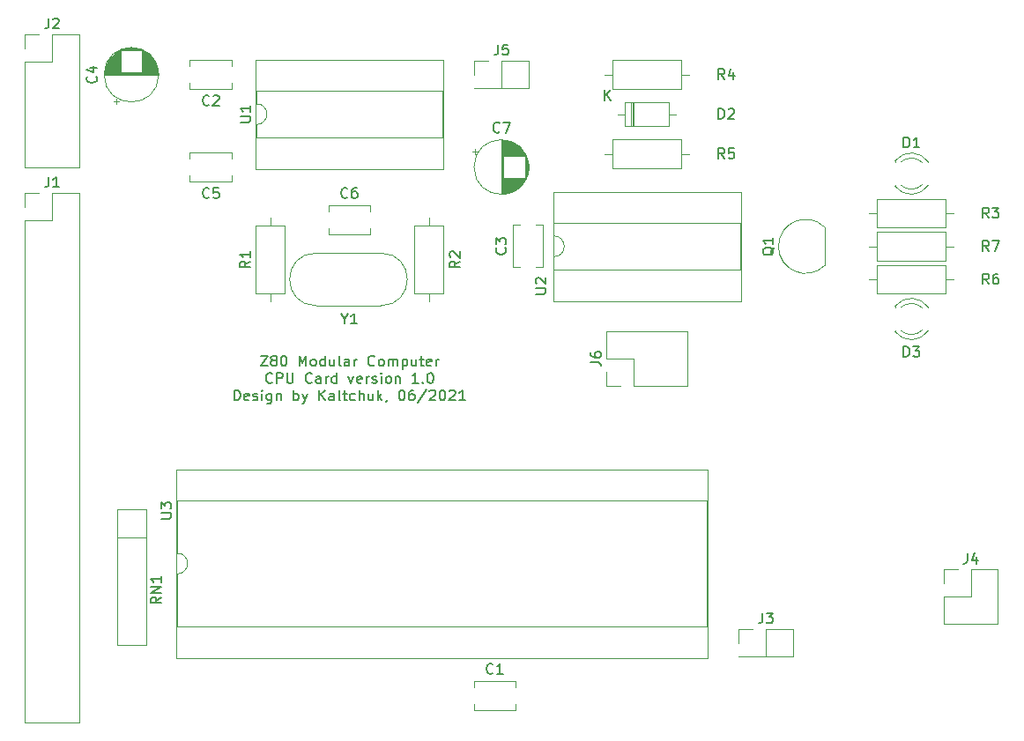
<source format=gbr>
G04 #@! TF.GenerationSoftware,KiCad,Pcbnew,(5.1.4)-1*
G04 #@! TF.CreationDate,2021-06-26T17:24:00+03:00*
G04 #@! TF.ProjectId,CPU,4350552e-6b69-4636-9164-5f7063625858,rev?*
G04 #@! TF.SameCoordinates,Original*
G04 #@! TF.FileFunction,Legend,Top*
G04 #@! TF.FilePolarity,Positive*
%FSLAX46Y46*%
G04 Gerber Fmt 4.6, Leading zero omitted, Abs format (unit mm)*
G04 Created by KiCad (PCBNEW (5.1.4)-1) date 2021-06-26 17:24:00*
%MOMM*%
%LPD*%
G04 APERTURE LIST*
%ADD10C,0.150000*%
%ADD11C,0.120000*%
G04 APERTURE END LIST*
D10*
X123532380Y-95592380D02*
X124199047Y-95592380D01*
X123532380Y-96592380D01*
X124199047Y-96592380D01*
X124722857Y-96020952D02*
X124627619Y-95973333D01*
X124580000Y-95925714D01*
X124532380Y-95830476D01*
X124532380Y-95782857D01*
X124580000Y-95687619D01*
X124627619Y-95640000D01*
X124722857Y-95592380D01*
X124913333Y-95592380D01*
X125008571Y-95640000D01*
X125056190Y-95687619D01*
X125103809Y-95782857D01*
X125103809Y-95830476D01*
X125056190Y-95925714D01*
X125008571Y-95973333D01*
X124913333Y-96020952D01*
X124722857Y-96020952D01*
X124627619Y-96068571D01*
X124580000Y-96116190D01*
X124532380Y-96211428D01*
X124532380Y-96401904D01*
X124580000Y-96497142D01*
X124627619Y-96544761D01*
X124722857Y-96592380D01*
X124913333Y-96592380D01*
X125008571Y-96544761D01*
X125056190Y-96497142D01*
X125103809Y-96401904D01*
X125103809Y-96211428D01*
X125056190Y-96116190D01*
X125008571Y-96068571D01*
X124913333Y-96020952D01*
X125722857Y-95592380D02*
X125818095Y-95592380D01*
X125913333Y-95640000D01*
X125960952Y-95687619D01*
X126008571Y-95782857D01*
X126056190Y-95973333D01*
X126056190Y-96211428D01*
X126008571Y-96401904D01*
X125960952Y-96497142D01*
X125913333Y-96544761D01*
X125818095Y-96592380D01*
X125722857Y-96592380D01*
X125627619Y-96544761D01*
X125580000Y-96497142D01*
X125532380Y-96401904D01*
X125484761Y-96211428D01*
X125484761Y-95973333D01*
X125532380Y-95782857D01*
X125580000Y-95687619D01*
X125627619Y-95640000D01*
X125722857Y-95592380D01*
X127246666Y-96592380D02*
X127246666Y-95592380D01*
X127580000Y-96306666D01*
X127913333Y-95592380D01*
X127913333Y-96592380D01*
X128532380Y-96592380D02*
X128437142Y-96544761D01*
X128389523Y-96497142D01*
X128341904Y-96401904D01*
X128341904Y-96116190D01*
X128389523Y-96020952D01*
X128437142Y-95973333D01*
X128532380Y-95925714D01*
X128675238Y-95925714D01*
X128770476Y-95973333D01*
X128818095Y-96020952D01*
X128865714Y-96116190D01*
X128865714Y-96401904D01*
X128818095Y-96497142D01*
X128770476Y-96544761D01*
X128675238Y-96592380D01*
X128532380Y-96592380D01*
X129722857Y-96592380D02*
X129722857Y-95592380D01*
X129722857Y-96544761D02*
X129627619Y-96592380D01*
X129437142Y-96592380D01*
X129341904Y-96544761D01*
X129294285Y-96497142D01*
X129246666Y-96401904D01*
X129246666Y-96116190D01*
X129294285Y-96020952D01*
X129341904Y-95973333D01*
X129437142Y-95925714D01*
X129627619Y-95925714D01*
X129722857Y-95973333D01*
X130627619Y-95925714D02*
X130627619Y-96592380D01*
X130199047Y-95925714D02*
X130199047Y-96449523D01*
X130246666Y-96544761D01*
X130341904Y-96592380D01*
X130484761Y-96592380D01*
X130580000Y-96544761D01*
X130627619Y-96497142D01*
X131246666Y-96592380D02*
X131151428Y-96544761D01*
X131103809Y-96449523D01*
X131103809Y-95592380D01*
X132056190Y-96592380D02*
X132056190Y-96068571D01*
X132008571Y-95973333D01*
X131913333Y-95925714D01*
X131722857Y-95925714D01*
X131627619Y-95973333D01*
X132056190Y-96544761D02*
X131960952Y-96592380D01*
X131722857Y-96592380D01*
X131627619Y-96544761D01*
X131580000Y-96449523D01*
X131580000Y-96354285D01*
X131627619Y-96259047D01*
X131722857Y-96211428D01*
X131960952Y-96211428D01*
X132056190Y-96163809D01*
X132532380Y-96592380D02*
X132532380Y-95925714D01*
X132532380Y-96116190D02*
X132580000Y-96020952D01*
X132627619Y-95973333D01*
X132722857Y-95925714D01*
X132818095Y-95925714D01*
X134484761Y-96497142D02*
X134437142Y-96544761D01*
X134294285Y-96592380D01*
X134199047Y-96592380D01*
X134056190Y-96544761D01*
X133960952Y-96449523D01*
X133913333Y-96354285D01*
X133865714Y-96163809D01*
X133865714Y-96020952D01*
X133913333Y-95830476D01*
X133960952Y-95735238D01*
X134056190Y-95640000D01*
X134199047Y-95592380D01*
X134294285Y-95592380D01*
X134437142Y-95640000D01*
X134484761Y-95687619D01*
X135056190Y-96592380D02*
X134960952Y-96544761D01*
X134913333Y-96497142D01*
X134865714Y-96401904D01*
X134865714Y-96116190D01*
X134913333Y-96020952D01*
X134960952Y-95973333D01*
X135056190Y-95925714D01*
X135199047Y-95925714D01*
X135294285Y-95973333D01*
X135341904Y-96020952D01*
X135389523Y-96116190D01*
X135389523Y-96401904D01*
X135341904Y-96497142D01*
X135294285Y-96544761D01*
X135199047Y-96592380D01*
X135056190Y-96592380D01*
X135818095Y-96592380D02*
X135818095Y-95925714D01*
X135818095Y-96020952D02*
X135865714Y-95973333D01*
X135960952Y-95925714D01*
X136103809Y-95925714D01*
X136199047Y-95973333D01*
X136246666Y-96068571D01*
X136246666Y-96592380D01*
X136246666Y-96068571D02*
X136294285Y-95973333D01*
X136389523Y-95925714D01*
X136532380Y-95925714D01*
X136627619Y-95973333D01*
X136675238Y-96068571D01*
X136675238Y-96592380D01*
X137151428Y-95925714D02*
X137151428Y-96925714D01*
X137151428Y-95973333D02*
X137246666Y-95925714D01*
X137437142Y-95925714D01*
X137532380Y-95973333D01*
X137580000Y-96020952D01*
X137627619Y-96116190D01*
X137627619Y-96401904D01*
X137580000Y-96497142D01*
X137532380Y-96544761D01*
X137437142Y-96592380D01*
X137246666Y-96592380D01*
X137151428Y-96544761D01*
X138484761Y-95925714D02*
X138484761Y-96592380D01*
X138056190Y-95925714D02*
X138056190Y-96449523D01*
X138103809Y-96544761D01*
X138199047Y-96592380D01*
X138341904Y-96592380D01*
X138437142Y-96544761D01*
X138484761Y-96497142D01*
X138818095Y-95925714D02*
X139199047Y-95925714D01*
X138960952Y-95592380D02*
X138960952Y-96449523D01*
X139008571Y-96544761D01*
X139103809Y-96592380D01*
X139199047Y-96592380D01*
X139913333Y-96544761D02*
X139818095Y-96592380D01*
X139627619Y-96592380D01*
X139532380Y-96544761D01*
X139484761Y-96449523D01*
X139484761Y-96068571D01*
X139532380Y-95973333D01*
X139627619Y-95925714D01*
X139818095Y-95925714D01*
X139913333Y-95973333D01*
X139960952Y-96068571D01*
X139960952Y-96163809D01*
X139484761Y-96259047D01*
X140389523Y-96592380D02*
X140389523Y-95925714D01*
X140389523Y-96116190D02*
X140437142Y-96020952D01*
X140484761Y-95973333D01*
X140580000Y-95925714D01*
X140675238Y-95925714D01*
X124651428Y-98147142D02*
X124603809Y-98194761D01*
X124460952Y-98242380D01*
X124365714Y-98242380D01*
X124222857Y-98194761D01*
X124127619Y-98099523D01*
X124080000Y-98004285D01*
X124032380Y-97813809D01*
X124032380Y-97670952D01*
X124080000Y-97480476D01*
X124127619Y-97385238D01*
X124222857Y-97290000D01*
X124365714Y-97242380D01*
X124460952Y-97242380D01*
X124603809Y-97290000D01*
X124651428Y-97337619D01*
X125080000Y-98242380D02*
X125080000Y-97242380D01*
X125460952Y-97242380D01*
X125556190Y-97290000D01*
X125603809Y-97337619D01*
X125651428Y-97432857D01*
X125651428Y-97575714D01*
X125603809Y-97670952D01*
X125556190Y-97718571D01*
X125460952Y-97766190D01*
X125080000Y-97766190D01*
X126080000Y-97242380D02*
X126080000Y-98051904D01*
X126127619Y-98147142D01*
X126175238Y-98194761D01*
X126270476Y-98242380D01*
X126460952Y-98242380D01*
X126556190Y-98194761D01*
X126603809Y-98147142D01*
X126651428Y-98051904D01*
X126651428Y-97242380D01*
X128460952Y-98147142D02*
X128413333Y-98194761D01*
X128270476Y-98242380D01*
X128175238Y-98242380D01*
X128032380Y-98194761D01*
X127937142Y-98099523D01*
X127889523Y-98004285D01*
X127841904Y-97813809D01*
X127841904Y-97670952D01*
X127889523Y-97480476D01*
X127937142Y-97385238D01*
X128032380Y-97290000D01*
X128175238Y-97242380D01*
X128270476Y-97242380D01*
X128413333Y-97290000D01*
X128460952Y-97337619D01*
X129318095Y-98242380D02*
X129318095Y-97718571D01*
X129270476Y-97623333D01*
X129175238Y-97575714D01*
X128984761Y-97575714D01*
X128889523Y-97623333D01*
X129318095Y-98194761D02*
X129222857Y-98242380D01*
X128984761Y-98242380D01*
X128889523Y-98194761D01*
X128841904Y-98099523D01*
X128841904Y-98004285D01*
X128889523Y-97909047D01*
X128984761Y-97861428D01*
X129222857Y-97861428D01*
X129318095Y-97813809D01*
X129794285Y-98242380D02*
X129794285Y-97575714D01*
X129794285Y-97766190D02*
X129841904Y-97670952D01*
X129889523Y-97623333D01*
X129984761Y-97575714D01*
X130080000Y-97575714D01*
X130841904Y-98242380D02*
X130841904Y-97242380D01*
X130841904Y-98194761D02*
X130746666Y-98242380D01*
X130556190Y-98242380D01*
X130460952Y-98194761D01*
X130413333Y-98147142D01*
X130365714Y-98051904D01*
X130365714Y-97766190D01*
X130413333Y-97670952D01*
X130460952Y-97623333D01*
X130556190Y-97575714D01*
X130746666Y-97575714D01*
X130841904Y-97623333D01*
X131984761Y-97575714D02*
X132222857Y-98242380D01*
X132460952Y-97575714D01*
X133222857Y-98194761D02*
X133127619Y-98242380D01*
X132937142Y-98242380D01*
X132841904Y-98194761D01*
X132794285Y-98099523D01*
X132794285Y-97718571D01*
X132841904Y-97623333D01*
X132937142Y-97575714D01*
X133127619Y-97575714D01*
X133222857Y-97623333D01*
X133270476Y-97718571D01*
X133270476Y-97813809D01*
X132794285Y-97909047D01*
X133699047Y-98242380D02*
X133699047Y-97575714D01*
X133699047Y-97766190D02*
X133746666Y-97670952D01*
X133794285Y-97623333D01*
X133889523Y-97575714D01*
X133984761Y-97575714D01*
X134270476Y-98194761D02*
X134365714Y-98242380D01*
X134556190Y-98242380D01*
X134651428Y-98194761D01*
X134699047Y-98099523D01*
X134699047Y-98051904D01*
X134651428Y-97956666D01*
X134556190Y-97909047D01*
X134413333Y-97909047D01*
X134318095Y-97861428D01*
X134270476Y-97766190D01*
X134270476Y-97718571D01*
X134318095Y-97623333D01*
X134413333Y-97575714D01*
X134556190Y-97575714D01*
X134651428Y-97623333D01*
X135127619Y-98242380D02*
X135127619Y-97575714D01*
X135127619Y-97242380D02*
X135080000Y-97290000D01*
X135127619Y-97337619D01*
X135175238Y-97290000D01*
X135127619Y-97242380D01*
X135127619Y-97337619D01*
X135746666Y-98242380D02*
X135651428Y-98194761D01*
X135603809Y-98147142D01*
X135556190Y-98051904D01*
X135556190Y-97766190D01*
X135603809Y-97670952D01*
X135651428Y-97623333D01*
X135746666Y-97575714D01*
X135889523Y-97575714D01*
X135984761Y-97623333D01*
X136032380Y-97670952D01*
X136080000Y-97766190D01*
X136080000Y-98051904D01*
X136032380Y-98147142D01*
X135984761Y-98194761D01*
X135889523Y-98242380D01*
X135746666Y-98242380D01*
X136508571Y-97575714D02*
X136508571Y-98242380D01*
X136508571Y-97670952D02*
X136556190Y-97623333D01*
X136651428Y-97575714D01*
X136794285Y-97575714D01*
X136889523Y-97623333D01*
X136937142Y-97718571D01*
X136937142Y-98242380D01*
X138699047Y-98242380D02*
X138127619Y-98242380D01*
X138413333Y-98242380D02*
X138413333Y-97242380D01*
X138318095Y-97385238D01*
X138222857Y-97480476D01*
X138127619Y-97528095D01*
X139127619Y-98147142D02*
X139175238Y-98194761D01*
X139127619Y-98242380D01*
X139080000Y-98194761D01*
X139127619Y-98147142D01*
X139127619Y-98242380D01*
X139794285Y-97242380D02*
X139889523Y-97242380D01*
X139984761Y-97290000D01*
X140032380Y-97337619D01*
X140080000Y-97432857D01*
X140127619Y-97623333D01*
X140127619Y-97861428D01*
X140080000Y-98051904D01*
X140032380Y-98147142D01*
X139984761Y-98194761D01*
X139889523Y-98242380D01*
X139794285Y-98242380D01*
X139699047Y-98194761D01*
X139651428Y-98147142D01*
X139603809Y-98051904D01*
X139556190Y-97861428D01*
X139556190Y-97623333D01*
X139603809Y-97432857D01*
X139651428Y-97337619D01*
X139699047Y-97290000D01*
X139794285Y-97242380D01*
X121008571Y-99892380D02*
X121008571Y-98892380D01*
X121246666Y-98892380D01*
X121389523Y-98940000D01*
X121484761Y-99035238D01*
X121532380Y-99130476D01*
X121580000Y-99320952D01*
X121580000Y-99463809D01*
X121532380Y-99654285D01*
X121484761Y-99749523D01*
X121389523Y-99844761D01*
X121246666Y-99892380D01*
X121008571Y-99892380D01*
X122389523Y-99844761D02*
X122294285Y-99892380D01*
X122103809Y-99892380D01*
X122008571Y-99844761D01*
X121960952Y-99749523D01*
X121960952Y-99368571D01*
X122008571Y-99273333D01*
X122103809Y-99225714D01*
X122294285Y-99225714D01*
X122389523Y-99273333D01*
X122437142Y-99368571D01*
X122437142Y-99463809D01*
X121960952Y-99559047D01*
X122818095Y-99844761D02*
X122913333Y-99892380D01*
X123103809Y-99892380D01*
X123199047Y-99844761D01*
X123246666Y-99749523D01*
X123246666Y-99701904D01*
X123199047Y-99606666D01*
X123103809Y-99559047D01*
X122960952Y-99559047D01*
X122865714Y-99511428D01*
X122818095Y-99416190D01*
X122818095Y-99368571D01*
X122865714Y-99273333D01*
X122960952Y-99225714D01*
X123103809Y-99225714D01*
X123199047Y-99273333D01*
X123675238Y-99892380D02*
X123675238Y-99225714D01*
X123675238Y-98892380D02*
X123627619Y-98940000D01*
X123675238Y-98987619D01*
X123722857Y-98940000D01*
X123675238Y-98892380D01*
X123675238Y-98987619D01*
X124580000Y-99225714D02*
X124580000Y-100035238D01*
X124532380Y-100130476D01*
X124484761Y-100178095D01*
X124389523Y-100225714D01*
X124246666Y-100225714D01*
X124151428Y-100178095D01*
X124580000Y-99844761D02*
X124484761Y-99892380D01*
X124294285Y-99892380D01*
X124199047Y-99844761D01*
X124151428Y-99797142D01*
X124103809Y-99701904D01*
X124103809Y-99416190D01*
X124151428Y-99320952D01*
X124199047Y-99273333D01*
X124294285Y-99225714D01*
X124484761Y-99225714D01*
X124580000Y-99273333D01*
X125056190Y-99225714D02*
X125056190Y-99892380D01*
X125056190Y-99320952D02*
X125103809Y-99273333D01*
X125199047Y-99225714D01*
X125341904Y-99225714D01*
X125437142Y-99273333D01*
X125484761Y-99368571D01*
X125484761Y-99892380D01*
X126722857Y-99892380D02*
X126722857Y-98892380D01*
X126722857Y-99273333D02*
X126818095Y-99225714D01*
X127008571Y-99225714D01*
X127103809Y-99273333D01*
X127151428Y-99320952D01*
X127199047Y-99416190D01*
X127199047Y-99701904D01*
X127151428Y-99797142D01*
X127103809Y-99844761D01*
X127008571Y-99892380D01*
X126818095Y-99892380D01*
X126722857Y-99844761D01*
X127532380Y-99225714D02*
X127770476Y-99892380D01*
X128008571Y-99225714D02*
X127770476Y-99892380D01*
X127675238Y-100130476D01*
X127627619Y-100178095D01*
X127532380Y-100225714D01*
X129151428Y-99892380D02*
X129151428Y-98892380D01*
X129722857Y-99892380D02*
X129294285Y-99320952D01*
X129722857Y-98892380D02*
X129151428Y-99463809D01*
X130580000Y-99892380D02*
X130580000Y-99368571D01*
X130532380Y-99273333D01*
X130437142Y-99225714D01*
X130246666Y-99225714D01*
X130151428Y-99273333D01*
X130580000Y-99844761D02*
X130484761Y-99892380D01*
X130246666Y-99892380D01*
X130151428Y-99844761D01*
X130103809Y-99749523D01*
X130103809Y-99654285D01*
X130151428Y-99559047D01*
X130246666Y-99511428D01*
X130484761Y-99511428D01*
X130580000Y-99463809D01*
X131199047Y-99892380D02*
X131103809Y-99844761D01*
X131056190Y-99749523D01*
X131056190Y-98892380D01*
X131437142Y-99225714D02*
X131818095Y-99225714D01*
X131580000Y-98892380D02*
X131580000Y-99749523D01*
X131627619Y-99844761D01*
X131722857Y-99892380D01*
X131818095Y-99892380D01*
X132580000Y-99844761D02*
X132484761Y-99892380D01*
X132294285Y-99892380D01*
X132199047Y-99844761D01*
X132151428Y-99797142D01*
X132103809Y-99701904D01*
X132103809Y-99416190D01*
X132151428Y-99320952D01*
X132199047Y-99273333D01*
X132294285Y-99225714D01*
X132484761Y-99225714D01*
X132580000Y-99273333D01*
X133008571Y-99892380D02*
X133008571Y-98892380D01*
X133437142Y-99892380D02*
X133437142Y-99368571D01*
X133389523Y-99273333D01*
X133294285Y-99225714D01*
X133151428Y-99225714D01*
X133056190Y-99273333D01*
X133008571Y-99320952D01*
X134341904Y-99225714D02*
X134341904Y-99892380D01*
X133913333Y-99225714D02*
X133913333Y-99749523D01*
X133960952Y-99844761D01*
X134056190Y-99892380D01*
X134199047Y-99892380D01*
X134294285Y-99844761D01*
X134341904Y-99797142D01*
X134818095Y-99892380D02*
X134818095Y-98892380D01*
X134913333Y-99511428D02*
X135199047Y-99892380D01*
X135199047Y-99225714D02*
X134818095Y-99606666D01*
X135675238Y-99844761D02*
X135675238Y-99892380D01*
X135627619Y-99987619D01*
X135580000Y-100035238D01*
X137056190Y-98892380D02*
X137151428Y-98892380D01*
X137246666Y-98940000D01*
X137294285Y-98987619D01*
X137341904Y-99082857D01*
X137389523Y-99273333D01*
X137389523Y-99511428D01*
X137341904Y-99701904D01*
X137294285Y-99797142D01*
X137246666Y-99844761D01*
X137151428Y-99892380D01*
X137056190Y-99892380D01*
X136960952Y-99844761D01*
X136913333Y-99797142D01*
X136865714Y-99701904D01*
X136818095Y-99511428D01*
X136818095Y-99273333D01*
X136865714Y-99082857D01*
X136913333Y-98987619D01*
X136960952Y-98940000D01*
X137056190Y-98892380D01*
X138246666Y-98892380D02*
X138056190Y-98892380D01*
X137960952Y-98940000D01*
X137913333Y-98987619D01*
X137818095Y-99130476D01*
X137770476Y-99320952D01*
X137770476Y-99701904D01*
X137818095Y-99797142D01*
X137865714Y-99844761D01*
X137960952Y-99892380D01*
X138151428Y-99892380D01*
X138246666Y-99844761D01*
X138294285Y-99797142D01*
X138341904Y-99701904D01*
X138341904Y-99463809D01*
X138294285Y-99368571D01*
X138246666Y-99320952D01*
X138151428Y-99273333D01*
X137960952Y-99273333D01*
X137865714Y-99320952D01*
X137818095Y-99368571D01*
X137770476Y-99463809D01*
X139484761Y-98844761D02*
X138627619Y-100130476D01*
X139770476Y-98987619D02*
X139818095Y-98940000D01*
X139913333Y-98892380D01*
X140151428Y-98892380D01*
X140246666Y-98940000D01*
X140294285Y-98987619D01*
X140341904Y-99082857D01*
X140341904Y-99178095D01*
X140294285Y-99320952D01*
X139722857Y-99892380D01*
X140341904Y-99892380D01*
X140960952Y-98892380D02*
X141056190Y-98892380D01*
X141151428Y-98940000D01*
X141199047Y-98987619D01*
X141246666Y-99082857D01*
X141294285Y-99273333D01*
X141294285Y-99511428D01*
X141246666Y-99701904D01*
X141199047Y-99797142D01*
X141151428Y-99844761D01*
X141056190Y-99892380D01*
X140960952Y-99892380D01*
X140865714Y-99844761D01*
X140818095Y-99797142D01*
X140770476Y-99701904D01*
X140722857Y-99511428D01*
X140722857Y-99273333D01*
X140770476Y-99082857D01*
X140818095Y-98987619D01*
X140865714Y-98940000D01*
X140960952Y-98892380D01*
X141675238Y-98987619D02*
X141722857Y-98940000D01*
X141818095Y-98892380D01*
X142056190Y-98892380D01*
X142151428Y-98940000D01*
X142199047Y-98987619D01*
X142246666Y-99082857D01*
X142246666Y-99178095D01*
X142199047Y-99320952D01*
X141627619Y-99892380D01*
X142246666Y-99892380D01*
X143199047Y-99892380D02*
X142627619Y-99892380D01*
X142913333Y-99892380D02*
X142913333Y-98892380D01*
X142818095Y-99035238D01*
X142722857Y-99130476D01*
X142627619Y-99178095D01*
D11*
X189170000Y-116145000D02*
X190500000Y-116145000D01*
X189170000Y-117475000D02*
X189170000Y-116145000D01*
X191770000Y-116145000D02*
X194370000Y-116145000D01*
X191770000Y-118745000D02*
X191770000Y-116145000D01*
X189170000Y-118745000D02*
X191770000Y-118745000D01*
X194370000Y-116145000D02*
X194370000Y-121345000D01*
X189170000Y-118745000D02*
X189170000Y-121345000D01*
X189170000Y-121345000D02*
X194370000Y-121345000D01*
X144010000Y-126850000D02*
X148050000Y-126850000D01*
X144010000Y-129690000D02*
X148050000Y-129690000D01*
X144010000Y-126850000D02*
X144010000Y-127475000D01*
X144010000Y-129065000D02*
X144010000Y-129690000D01*
X148050000Y-126850000D02*
X148050000Y-127475000D01*
X148050000Y-129065000D02*
X148050000Y-129690000D01*
X115450000Y-106510000D02*
X115450000Y-124630000D01*
X166490000Y-106510000D02*
X115450000Y-106510000D01*
X166490000Y-124630000D02*
X166490000Y-106510000D01*
X115450000Y-124630000D02*
X166490000Y-124630000D01*
X115510000Y-109510000D02*
X115510000Y-114570000D01*
X166430000Y-109510000D02*
X115510000Y-109510000D01*
X166430000Y-121630000D02*
X166430000Y-109510000D01*
X115510000Y-121630000D02*
X166430000Y-121630000D01*
X115510000Y-116570000D02*
X115510000Y-121630000D01*
X115510000Y-114570000D02*
G75*
G02X115510000Y-116570000I0J-1000000D01*
G01*
X116745000Y-67785000D02*
X116745000Y-67160000D01*
X116745000Y-70000000D02*
X116745000Y-69375000D01*
X120785000Y-67785000D02*
X120785000Y-67160000D01*
X120785000Y-70000000D02*
X120785000Y-69375000D01*
X120785000Y-67160000D02*
X116745000Y-67160000D01*
X120785000Y-70000000D02*
X116745000Y-70000000D01*
X150645000Y-83050000D02*
X150645000Y-87090000D01*
X147805000Y-83050000D02*
X147805000Y-87090000D01*
X150645000Y-83050000D02*
X150020000Y-83050000D01*
X148430000Y-83050000D02*
X147805000Y-83050000D01*
X150645000Y-87090000D02*
X150020000Y-87090000D01*
X148430000Y-87090000D02*
X147805000Y-87090000D01*
X109400000Y-71154775D02*
X109900000Y-71154775D01*
X109650000Y-71404775D02*
X109650000Y-70904775D01*
X110841000Y-65999000D02*
X111409000Y-65999000D01*
X110607000Y-66039000D02*
X111643000Y-66039000D01*
X110448000Y-66079000D02*
X111802000Y-66079000D01*
X110320000Y-66119000D02*
X111930000Y-66119000D01*
X110210000Y-66159000D02*
X112040000Y-66159000D01*
X110114000Y-66199000D02*
X112136000Y-66199000D01*
X110027000Y-66239000D02*
X112223000Y-66239000D01*
X109947000Y-66279000D02*
X112303000Y-66279000D01*
X112165000Y-66319000D02*
X112376000Y-66319000D01*
X109874000Y-66319000D02*
X110085000Y-66319000D01*
X112165000Y-66359000D02*
X112444000Y-66359000D01*
X109806000Y-66359000D02*
X110085000Y-66359000D01*
X112165000Y-66399000D02*
X112508000Y-66399000D01*
X109742000Y-66399000D02*
X110085000Y-66399000D01*
X112165000Y-66439000D02*
X112568000Y-66439000D01*
X109682000Y-66439000D02*
X110085000Y-66439000D01*
X112165000Y-66479000D02*
X112625000Y-66479000D01*
X109625000Y-66479000D02*
X110085000Y-66479000D01*
X112165000Y-66519000D02*
X112679000Y-66519000D01*
X109571000Y-66519000D02*
X110085000Y-66519000D01*
X112165000Y-66559000D02*
X112730000Y-66559000D01*
X109520000Y-66559000D02*
X110085000Y-66559000D01*
X112165000Y-66599000D02*
X112778000Y-66599000D01*
X109472000Y-66599000D02*
X110085000Y-66599000D01*
X112165000Y-66639000D02*
X112824000Y-66639000D01*
X109426000Y-66639000D02*
X110085000Y-66639000D01*
X112165000Y-66679000D02*
X112868000Y-66679000D01*
X109382000Y-66679000D02*
X110085000Y-66679000D01*
X112165000Y-66719000D02*
X112910000Y-66719000D01*
X109340000Y-66719000D02*
X110085000Y-66719000D01*
X112165000Y-66759000D02*
X112951000Y-66759000D01*
X109299000Y-66759000D02*
X110085000Y-66759000D01*
X112165000Y-66799000D02*
X112989000Y-66799000D01*
X109261000Y-66799000D02*
X110085000Y-66799000D01*
X112165000Y-66839000D02*
X113026000Y-66839000D01*
X109224000Y-66839000D02*
X110085000Y-66839000D01*
X112165000Y-66879000D02*
X113062000Y-66879000D01*
X109188000Y-66879000D02*
X110085000Y-66879000D01*
X112165000Y-66919000D02*
X113096000Y-66919000D01*
X109154000Y-66919000D02*
X110085000Y-66919000D01*
X112165000Y-66959000D02*
X113129000Y-66959000D01*
X109121000Y-66959000D02*
X110085000Y-66959000D01*
X112165000Y-66999000D02*
X113160000Y-66999000D01*
X109090000Y-66999000D02*
X110085000Y-66999000D01*
X112165000Y-67039000D02*
X113190000Y-67039000D01*
X109060000Y-67039000D02*
X110085000Y-67039000D01*
X112165000Y-67079000D02*
X113220000Y-67079000D01*
X109030000Y-67079000D02*
X110085000Y-67079000D01*
X112165000Y-67119000D02*
X113247000Y-67119000D01*
X109003000Y-67119000D02*
X110085000Y-67119000D01*
X112165000Y-67159000D02*
X113274000Y-67159000D01*
X108976000Y-67159000D02*
X110085000Y-67159000D01*
X112165000Y-67199000D02*
X113300000Y-67199000D01*
X108950000Y-67199000D02*
X110085000Y-67199000D01*
X112165000Y-67239000D02*
X113325000Y-67239000D01*
X108925000Y-67239000D02*
X110085000Y-67239000D01*
X112165000Y-67279000D02*
X113349000Y-67279000D01*
X108901000Y-67279000D02*
X110085000Y-67279000D01*
X112165000Y-67319000D02*
X113372000Y-67319000D01*
X108878000Y-67319000D02*
X110085000Y-67319000D01*
X112165000Y-67359000D02*
X113393000Y-67359000D01*
X108857000Y-67359000D02*
X110085000Y-67359000D01*
X112165000Y-67399000D02*
X113415000Y-67399000D01*
X108835000Y-67399000D02*
X110085000Y-67399000D01*
X112165000Y-67439000D02*
X113435000Y-67439000D01*
X108815000Y-67439000D02*
X110085000Y-67439000D01*
X112165000Y-67479000D02*
X113454000Y-67479000D01*
X108796000Y-67479000D02*
X110085000Y-67479000D01*
X112165000Y-67519000D02*
X113473000Y-67519000D01*
X108777000Y-67519000D02*
X110085000Y-67519000D01*
X112165000Y-67559000D02*
X113490000Y-67559000D01*
X108760000Y-67559000D02*
X110085000Y-67559000D01*
X112165000Y-67599000D02*
X113507000Y-67599000D01*
X108743000Y-67599000D02*
X110085000Y-67599000D01*
X112165000Y-67639000D02*
X113523000Y-67639000D01*
X108727000Y-67639000D02*
X110085000Y-67639000D01*
X112165000Y-67679000D02*
X113539000Y-67679000D01*
X108711000Y-67679000D02*
X110085000Y-67679000D01*
X112165000Y-67719000D02*
X113553000Y-67719000D01*
X108697000Y-67719000D02*
X110085000Y-67719000D01*
X112165000Y-67759000D02*
X113567000Y-67759000D01*
X108683000Y-67759000D02*
X110085000Y-67759000D01*
X112165000Y-67799000D02*
X113580000Y-67799000D01*
X108670000Y-67799000D02*
X110085000Y-67799000D01*
X112165000Y-67839000D02*
X113593000Y-67839000D01*
X108657000Y-67839000D02*
X110085000Y-67839000D01*
X112165000Y-67879000D02*
X113605000Y-67879000D01*
X108645000Y-67879000D02*
X110085000Y-67879000D01*
X112165000Y-67920000D02*
X113616000Y-67920000D01*
X108634000Y-67920000D02*
X110085000Y-67920000D01*
X112165000Y-67960000D02*
X113626000Y-67960000D01*
X108624000Y-67960000D02*
X110085000Y-67960000D01*
X112165000Y-68000000D02*
X113636000Y-68000000D01*
X108614000Y-68000000D02*
X110085000Y-68000000D01*
X112165000Y-68040000D02*
X113645000Y-68040000D01*
X108605000Y-68040000D02*
X110085000Y-68040000D01*
X112165000Y-68080000D02*
X113653000Y-68080000D01*
X108597000Y-68080000D02*
X110085000Y-68080000D01*
X112165000Y-68120000D02*
X113661000Y-68120000D01*
X108589000Y-68120000D02*
X110085000Y-68120000D01*
X112165000Y-68160000D02*
X113668000Y-68160000D01*
X108582000Y-68160000D02*
X110085000Y-68160000D01*
X112165000Y-68200000D02*
X113675000Y-68200000D01*
X108575000Y-68200000D02*
X110085000Y-68200000D01*
X112165000Y-68240000D02*
X113681000Y-68240000D01*
X108569000Y-68240000D02*
X110085000Y-68240000D01*
X112165000Y-68280000D02*
X113686000Y-68280000D01*
X108564000Y-68280000D02*
X110085000Y-68280000D01*
X112165000Y-68320000D02*
X113690000Y-68320000D01*
X108560000Y-68320000D02*
X110085000Y-68320000D01*
X112165000Y-68360000D02*
X113694000Y-68360000D01*
X108556000Y-68360000D02*
X110085000Y-68360000D01*
X108552000Y-68400000D02*
X113698000Y-68400000D01*
X108549000Y-68440000D02*
X113701000Y-68440000D01*
X108547000Y-68480000D02*
X113703000Y-68480000D01*
X108546000Y-68520000D02*
X113704000Y-68520000D01*
X108545000Y-68560000D02*
X113705000Y-68560000D01*
X108545000Y-68600000D02*
X113705000Y-68600000D01*
X113745000Y-68600000D02*
G75*
G03X113745000Y-68600000I-2620000J0D01*
G01*
X120785000Y-78890000D02*
X116745000Y-78890000D01*
X120785000Y-76050000D02*
X116745000Y-76050000D01*
X120785000Y-78890000D02*
X120785000Y-78265000D01*
X120785000Y-76675000D02*
X120785000Y-76050000D01*
X116745000Y-78890000D02*
X116745000Y-78265000D01*
X116745000Y-76675000D02*
X116745000Y-76050000D01*
X134080000Y-83345000D02*
X134080000Y-83970000D01*
X134080000Y-81130000D02*
X134080000Y-81755000D01*
X130040000Y-83345000D02*
X130040000Y-83970000D01*
X130040000Y-81130000D02*
X130040000Y-81755000D01*
X130040000Y-83970000D02*
X134080000Y-83970000D01*
X130040000Y-81130000D02*
X134080000Y-81130000D01*
X149285000Y-77470000D02*
G75*
G03X149285000Y-77470000I-2620000J0D01*
G01*
X146665000Y-74890000D02*
X146665000Y-80050000D01*
X146705000Y-74890000D02*
X146705000Y-80050000D01*
X146745000Y-74891000D02*
X146745000Y-80049000D01*
X146785000Y-74892000D02*
X146785000Y-80048000D01*
X146825000Y-74894000D02*
X146825000Y-80046000D01*
X146865000Y-74897000D02*
X146865000Y-80043000D01*
X146905000Y-74901000D02*
X146905000Y-76430000D01*
X146905000Y-78510000D02*
X146905000Y-80039000D01*
X146945000Y-74905000D02*
X146945000Y-76430000D01*
X146945000Y-78510000D02*
X146945000Y-80035000D01*
X146985000Y-74909000D02*
X146985000Y-76430000D01*
X146985000Y-78510000D02*
X146985000Y-80031000D01*
X147025000Y-74914000D02*
X147025000Y-76430000D01*
X147025000Y-78510000D02*
X147025000Y-80026000D01*
X147065000Y-74920000D02*
X147065000Y-76430000D01*
X147065000Y-78510000D02*
X147065000Y-80020000D01*
X147105000Y-74927000D02*
X147105000Y-76430000D01*
X147105000Y-78510000D02*
X147105000Y-80013000D01*
X147145000Y-74934000D02*
X147145000Y-76430000D01*
X147145000Y-78510000D02*
X147145000Y-80006000D01*
X147185000Y-74942000D02*
X147185000Y-76430000D01*
X147185000Y-78510000D02*
X147185000Y-79998000D01*
X147225000Y-74950000D02*
X147225000Y-76430000D01*
X147225000Y-78510000D02*
X147225000Y-79990000D01*
X147265000Y-74959000D02*
X147265000Y-76430000D01*
X147265000Y-78510000D02*
X147265000Y-79981000D01*
X147305000Y-74969000D02*
X147305000Y-76430000D01*
X147305000Y-78510000D02*
X147305000Y-79971000D01*
X147345000Y-74979000D02*
X147345000Y-76430000D01*
X147345000Y-78510000D02*
X147345000Y-79961000D01*
X147386000Y-74990000D02*
X147386000Y-76430000D01*
X147386000Y-78510000D02*
X147386000Y-79950000D01*
X147426000Y-75002000D02*
X147426000Y-76430000D01*
X147426000Y-78510000D02*
X147426000Y-79938000D01*
X147466000Y-75015000D02*
X147466000Y-76430000D01*
X147466000Y-78510000D02*
X147466000Y-79925000D01*
X147506000Y-75028000D02*
X147506000Y-76430000D01*
X147506000Y-78510000D02*
X147506000Y-79912000D01*
X147546000Y-75042000D02*
X147546000Y-76430000D01*
X147546000Y-78510000D02*
X147546000Y-79898000D01*
X147586000Y-75056000D02*
X147586000Y-76430000D01*
X147586000Y-78510000D02*
X147586000Y-79884000D01*
X147626000Y-75072000D02*
X147626000Y-76430000D01*
X147626000Y-78510000D02*
X147626000Y-79868000D01*
X147666000Y-75088000D02*
X147666000Y-76430000D01*
X147666000Y-78510000D02*
X147666000Y-79852000D01*
X147706000Y-75105000D02*
X147706000Y-76430000D01*
X147706000Y-78510000D02*
X147706000Y-79835000D01*
X147746000Y-75122000D02*
X147746000Y-76430000D01*
X147746000Y-78510000D02*
X147746000Y-79818000D01*
X147786000Y-75141000D02*
X147786000Y-76430000D01*
X147786000Y-78510000D02*
X147786000Y-79799000D01*
X147826000Y-75160000D02*
X147826000Y-76430000D01*
X147826000Y-78510000D02*
X147826000Y-79780000D01*
X147866000Y-75180000D02*
X147866000Y-76430000D01*
X147866000Y-78510000D02*
X147866000Y-79760000D01*
X147906000Y-75202000D02*
X147906000Y-76430000D01*
X147906000Y-78510000D02*
X147906000Y-79738000D01*
X147946000Y-75223000D02*
X147946000Y-76430000D01*
X147946000Y-78510000D02*
X147946000Y-79717000D01*
X147986000Y-75246000D02*
X147986000Y-76430000D01*
X147986000Y-78510000D02*
X147986000Y-79694000D01*
X148026000Y-75270000D02*
X148026000Y-76430000D01*
X148026000Y-78510000D02*
X148026000Y-79670000D01*
X148066000Y-75295000D02*
X148066000Y-76430000D01*
X148066000Y-78510000D02*
X148066000Y-79645000D01*
X148106000Y-75321000D02*
X148106000Y-76430000D01*
X148106000Y-78510000D02*
X148106000Y-79619000D01*
X148146000Y-75348000D02*
X148146000Y-76430000D01*
X148146000Y-78510000D02*
X148146000Y-79592000D01*
X148186000Y-75375000D02*
X148186000Y-76430000D01*
X148186000Y-78510000D02*
X148186000Y-79565000D01*
X148226000Y-75405000D02*
X148226000Y-76430000D01*
X148226000Y-78510000D02*
X148226000Y-79535000D01*
X148266000Y-75435000D02*
X148266000Y-76430000D01*
X148266000Y-78510000D02*
X148266000Y-79505000D01*
X148306000Y-75466000D02*
X148306000Y-76430000D01*
X148306000Y-78510000D02*
X148306000Y-79474000D01*
X148346000Y-75499000D02*
X148346000Y-76430000D01*
X148346000Y-78510000D02*
X148346000Y-79441000D01*
X148386000Y-75533000D02*
X148386000Y-76430000D01*
X148386000Y-78510000D02*
X148386000Y-79407000D01*
X148426000Y-75569000D02*
X148426000Y-76430000D01*
X148426000Y-78510000D02*
X148426000Y-79371000D01*
X148466000Y-75606000D02*
X148466000Y-76430000D01*
X148466000Y-78510000D02*
X148466000Y-79334000D01*
X148506000Y-75644000D02*
X148506000Y-76430000D01*
X148506000Y-78510000D02*
X148506000Y-79296000D01*
X148546000Y-75685000D02*
X148546000Y-76430000D01*
X148546000Y-78510000D02*
X148546000Y-79255000D01*
X148586000Y-75727000D02*
X148586000Y-76430000D01*
X148586000Y-78510000D02*
X148586000Y-79213000D01*
X148626000Y-75771000D02*
X148626000Y-76430000D01*
X148626000Y-78510000D02*
X148626000Y-79169000D01*
X148666000Y-75817000D02*
X148666000Y-76430000D01*
X148666000Y-78510000D02*
X148666000Y-79123000D01*
X148706000Y-75865000D02*
X148706000Y-76430000D01*
X148706000Y-78510000D02*
X148706000Y-79075000D01*
X148746000Y-75916000D02*
X148746000Y-76430000D01*
X148746000Y-78510000D02*
X148746000Y-79024000D01*
X148786000Y-75970000D02*
X148786000Y-76430000D01*
X148786000Y-78510000D02*
X148786000Y-78970000D01*
X148826000Y-76027000D02*
X148826000Y-76430000D01*
X148826000Y-78510000D02*
X148826000Y-78913000D01*
X148866000Y-76087000D02*
X148866000Y-76430000D01*
X148866000Y-78510000D02*
X148866000Y-78853000D01*
X148906000Y-76151000D02*
X148906000Y-76430000D01*
X148906000Y-78510000D02*
X148906000Y-78789000D01*
X148946000Y-76219000D02*
X148946000Y-76430000D01*
X148946000Y-78510000D02*
X148946000Y-78721000D01*
X148986000Y-76292000D02*
X148986000Y-78648000D01*
X149026000Y-76372000D02*
X149026000Y-78568000D01*
X149066000Y-76459000D02*
X149066000Y-78481000D01*
X149106000Y-76555000D02*
X149106000Y-78385000D01*
X149146000Y-76665000D02*
X149146000Y-78275000D01*
X149186000Y-76793000D02*
X149186000Y-78147000D01*
X149226000Y-76952000D02*
X149226000Y-77988000D01*
X149266000Y-77186000D02*
X149266000Y-77754000D01*
X143860225Y-75995000D02*
X144360225Y-75995000D01*
X144110225Y-75745000D02*
X144110225Y-76245000D01*
X187727335Y-77026392D02*
G75*
G03X184495000Y-76869484I-1672335J-1078608D01*
G01*
X187727335Y-79183608D02*
G75*
G02X184495000Y-79340516I-1672335J1078608D01*
G01*
X187096130Y-77025163D02*
G75*
G03X185014039Y-77025000I-1041130J-1079837D01*
G01*
X187096130Y-79184837D02*
G75*
G02X185014039Y-79185000I-1041130J1079837D01*
G01*
X184495000Y-76869000D02*
X184495000Y-77025000D01*
X184495000Y-79185000D02*
X184495000Y-79341000D01*
X158535000Y-71270000D02*
X158535000Y-73510000D01*
X158535000Y-73510000D02*
X162775000Y-73510000D01*
X162775000Y-73510000D02*
X162775000Y-71270000D01*
X162775000Y-71270000D02*
X158535000Y-71270000D01*
X157885000Y-72390000D02*
X158535000Y-72390000D01*
X163425000Y-72390000D02*
X162775000Y-72390000D01*
X159255000Y-71270000D02*
X159255000Y-73510000D01*
X159375000Y-71270000D02*
X159375000Y-73510000D01*
X159135000Y-71270000D02*
X159135000Y-73510000D01*
X184495000Y-93155000D02*
X184495000Y-93311000D01*
X184495000Y-90839000D02*
X184495000Y-90995000D01*
X187096130Y-93154837D02*
G75*
G02X185014039Y-93155000I-1041130J1079837D01*
G01*
X187096130Y-90995163D02*
G75*
G03X185014039Y-90995000I-1041130J-1079837D01*
G01*
X187727335Y-93153608D02*
G75*
G02X184495000Y-93310516I-1672335J1078608D01*
G01*
X187727335Y-90996392D02*
G75*
G03X184495000Y-90839484I-1672335J-1078608D01*
G01*
X100905000Y-130870000D02*
X106105000Y-130870000D01*
X100905000Y-82550000D02*
X100905000Y-130870000D01*
X106105000Y-79950000D02*
X106105000Y-130870000D01*
X100905000Y-82550000D02*
X103505000Y-82550000D01*
X103505000Y-82550000D02*
X103505000Y-79950000D01*
X103505000Y-79950000D02*
X106105000Y-79950000D01*
X100905000Y-81280000D02*
X100905000Y-79950000D01*
X100905000Y-79950000D02*
X102235000Y-79950000D01*
X100905000Y-77530000D02*
X106105000Y-77530000D01*
X100905000Y-67310000D02*
X100905000Y-77530000D01*
X106105000Y-64710000D02*
X106105000Y-77530000D01*
X100905000Y-67310000D02*
X103505000Y-67310000D01*
X103505000Y-67310000D02*
X103505000Y-64710000D01*
X103505000Y-64710000D02*
X106105000Y-64710000D01*
X100905000Y-66040000D02*
X100905000Y-64710000D01*
X100905000Y-64710000D02*
X102235000Y-64710000D01*
X169485000Y-121860000D02*
X170815000Y-121860000D01*
X169485000Y-123190000D02*
X169485000Y-121860000D01*
X172085000Y-121860000D02*
X174685000Y-121860000D01*
X172085000Y-124460000D02*
X172085000Y-121860000D01*
X169485000Y-124460000D02*
X172085000Y-124460000D01*
X174685000Y-121860000D02*
X174685000Y-124520000D01*
X169485000Y-124460000D02*
X169485000Y-124520000D01*
X169485000Y-124520000D02*
X174685000Y-124520000D01*
X144085000Y-69910000D02*
X149285000Y-69910000D01*
X144085000Y-69850000D02*
X144085000Y-69910000D01*
X149285000Y-67250000D02*
X149285000Y-69910000D01*
X144085000Y-69850000D02*
X146685000Y-69850000D01*
X146685000Y-69850000D02*
X146685000Y-67250000D01*
X146685000Y-67250000D02*
X149285000Y-67250000D01*
X144085000Y-68580000D02*
X144085000Y-67250000D01*
X144085000Y-67250000D02*
X145415000Y-67250000D01*
X164525000Y-98485000D02*
X164525000Y-93285000D01*
X159385000Y-98485000D02*
X164525000Y-98485000D01*
X156785000Y-93285000D02*
X164525000Y-93285000D01*
X159385000Y-98485000D02*
X159385000Y-95885000D01*
X159385000Y-95885000D02*
X156785000Y-95885000D01*
X156785000Y-95885000D02*
X156785000Y-93285000D01*
X158115000Y-98485000D02*
X156785000Y-98485000D01*
X156785000Y-98485000D02*
X156785000Y-97155000D01*
X177745000Y-86890000D02*
X177745000Y-83290000D01*
X177733478Y-86928478D02*
G75*
G02X173295000Y-85090000I-1838478J1838478D01*
G01*
X177733478Y-83251522D02*
G75*
G03X173295000Y-85090000I-1838478J-1838478D01*
G01*
X124460000Y-82320000D02*
X124460000Y-83090000D01*
X124460000Y-90400000D02*
X124460000Y-89630000D01*
X123090000Y-83090000D02*
X123090000Y-89630000D01*
X125830000Y-83090000D02*
X123090000Y-83090000D01*
X125830000Y-89630000D02*
X125830000Y-83090000D01*
X123090000Y-89630000D02*
X125830000Y-89630000D01*
X138330000Y-89630000D02*
X141070000Y-89630000D01*
X141070000Y-89630000D02*
X141070000Y-83090000D01*
X141070000Y-83090000D02*
X138330000Y-83090000D01*
X138330000Y-83090000D02*
X138330000Y-89630000D01*
X139700000Y-90400000D02*
X139700000Y-89630000D01*
X139700000Y-82320000D02*
X139700000Y-83090000D01*
X190095000Y-81915000D02*
X189325000Y-81915000D01*
X182015000Y-81915000D02*
X182785000Y-81915000D01*
X189325000Y-80545000D02*
X182785000Y-80545000D01*
X189325000Y-83285000D02*
X189325000Y-80545000D01*
X182785000Y-83285000D02*
X189325000Y-83285000D01*
X182785000Y-80545000D02*
X182785000Y-83285000D01*
X163925000Y-69950000D02*
X163925000Y-67210000D01*
X163925000Y-67210000D02*
X157385000Y-67210000D01*
X157385000Y-67210000D02*
X157385000Y-69950000D01*
X157385000Y-69950000D02*
X163925000Y-69950000D01*
X164695000Y-68580000D02*
X163925000Y-68580000D01*
X156615000Y-68580000D02*
X157385000Y-68580000D01*
X157385000Y-74830000D02*
X157385000Y-77570000D01*
X157385000Y-77570000D02*
X163925000Y-77570000D01*
X163925000Y-77570000D02*
X163925000Y-74830000D01*
X163925000Y-74830000D02*
X157385000Y-74830000D01*
X156615000Y-76200000D02*
X157385000Y-76200000D01*
X164695000Y-76200000D02*
X163925000Y-76200000D01*
X182785000Y-86895000D02*
X182785000Y-89635000D01*
X182785000Y-89635000D02*
X189325000Y-89635000D01*
X189325000Y-89635000D02*
X189325000Y-86895000D01*
X189325000Y-86895000D02*
X182785000Y-86895000D01*
X182015000Y-88265000D02*
X182785000Y-88265000D01*
X190095000Y-88265000D02*
X189325000Y-88265000D01*
X190095000Y-85090000D02*
X189325000Y-85090000D01*
X182015000Y-85090000D02*
X182785000Y-85090000D01*
X189325000Y-83720000D02*
X182785000Y-83720000D01*
X189325000Y-86460000D02*
X189325000Y-83720000D01*
X182785000Y-86460000D02*
X189325000Y-86460000D01*
X182785000Y-83720000D02*
X182785000Y-86460000D01*
X112525000Y-110320000D02*
X109725000Y-110320000D01*
X109725000Y-110320000D02*
X109725000Y-123360000D01*
X109725000Y-123360000D02*
X112525000Y-123360000D01*
X112525000Y-123360000D02*
X112525000Y-110320000D01*
X112525000Y-113030000D02*
X109725000Y-113030000D01*
X123070000Y-67140000D02*
X123070000Y-77640000D01*
X141090000Y-67140000D02*
X123070000Y-67140000D01*
X141090000Y-77640000D02*
X141090000Y-67140000D01*
X123070000Y-77640000D02*
X141090000Y-77640000D01*
X123130000Y-70140000D02*
X123130000Y-71390000D01*
X141030000Y-70140000D02*
X123130000Y-70140000D01*
X141030000Y-74640000D02*
X141030000Y-70140000D01*
X123130000Y-74640000D02*
X141030000Y-74640000D01*
X123130000Y-73390000D02*
X123130000Y-74640000D01*
X123130000Y-71390000D02*
G75*
G02X123130000Y-73390000I0J-1000000D01*
G01*
X151705000Y-84090000D02*
G75*
G02X151705000Y-86090000I0J-1000000D01*
G01*
X151705000Y-86090000D02*
X151705000Y-87340000D01*
X151705000Y-87340000D02*
X169605000Y-87340000D01*
X169605000Y-87340000D02*
X169605000Y-82840000D01*
X169605000Y-82840000D02*
X151705000Y-82840000D01*
X151705000Y-82840000D02*
X151705000Y-84090000D01*
X151645000Y-90340000D02*
X169665000Y-90340000D01*
X169665000Y-90340000D02*
X169665000Y-79840000D01*
X169665000Y-79840000D02*
X151645000Y-79840000D01*
X151645000Y-79840000D02*
X151645000Y-90340000D01*
X128855000Y-85740000D02*
X135105000Y-85740000D01*
X128855000Y-90790000D02*
X135105000Y-90790000D01*
X128855000Y-90790000D02*
G75*
G02X128855000Y-85740000I0J2525000D01*
G01*
X135105000Y-90790000D02*
G75*
G03X135105000Y-85740000I0J2525000D01*
G01*
D10*
X191436666Y-114597380D02*
X191436666Y-115311666D01*
X191389047Y-115454523D01*
X191293809Y-115549761D01*
X191150952Y-115597380D01*
X191055714Y-115597380D01*
X192341428Y-114930714D02*
X192341428Y-115597380D01*
X192103333Y-114549761D02*
X191865238Y-115264047D01*
X192484285Y-115264047D01*
X145863333Y-126077142D02*
X145815714Y-126124761D01*
X145672857Y-126172380D01*
X145577619Y-126172380D01*
X145434761Y-126124761D01*
X145339523Y-126029523D01*
X145291904Y-125934285D01*
X145244285Y-125743809D01*
X145244285Y-125600952D01*
X145291904Y-125410476D01*
X145339523Y-125315238D01*
X145434761Y-125220000D01*
X145577619Y-125172380D01*
X145672857Y-125172380D01*
X145815714Y-125220000D01*
X145863333Y-125267619D01*
X146815714Y-126172380D02*
X146244285Y-126172380D01*
X146530000Y-126172380D02*
X146530000Y-125172380D01*
X146434761Y-125315238D01*
X146339523Y-125410476D01*
X146244285Y-125458095D01*
X113962380Y-111251904D02*
X114771904Y-111251904D01*
X114867142Y-111204285D01*
X114914761Y-111156666D01*
X114962380Y-111061428D01*
X114962380Y-110870952D01*
X114914761Y-110775714D01*
X114867142Y-110728095D01*
X114771904Y-110680476D01*
X113962380Y-110680476D01*
X113962380Y-110299523D02*
X113962380Y-109680476D01*
X114343333Y-110013809D01*
X114343333Y-109870952D01*
X114390952Y-109775714D01*
X114438571Y-109728095D01*
X114533809Y-109680476D01*
X114771904Y-109680476D01*
X114867142Y-109728095D01*
X114914761Y-109775714D01*
X114962380Y-109870952D01*
X114962380Y-110156666D01*
X114914761Y-110251904D01*
X114867142Y-110299523D01*
X118598333Y-71487142D02*
X118550714Y-71534761D01*
X118407857Y-71582380D01*
X118312619Y-71582380D01*
X118169761Y-71534761D01*
X118074523Y-71439523D01*
X118026904Y-71344285D01*
X117979285Y-71153809D01*
X117979285Y-71010952D01*
X118026904Y-70820476D01*
X118074523Y-70725238D01*
X118169761Y-70630000D01*
X118312619Y-70582380D01*
X118407857Y-70582380D01*
X118550714Y-70630000D01*
X118598333Y-70677619D01*
X118979285Y-70677619D02*
X119026904Y-70630000D01*
X119122142Y-70582380D01*
X119360238Y-70582380D01*
X119455476Y-70630000D01*
X119503095Y-70677619D01*
X119550714Y-70772857D01*
X119550714Y-70868095D01*
X119503095Y-71010952D01*
X118931666Y-71582380D01*
X119550714Y-71582380D01*
X147042142Y-85236666D02*
X147089761Y-85284285D01*
X147137380Y-85427142D01*
X147137380Y-85522380D01*
X147089761Y-85665238D01*
X146994523Y-85760476D01*
X146899285Y-85808095D01*
X146708809Y-85855714D01*
X146565952Y-85855714D01*
X146375476Y-85808095D01*
X146280238Y-85760476D01*
X146185000Y-85665238D01*
X146137380Y-85522380D01*
X146137380Y-85427142D01*
X146185000Y-85284285D01*
X146232619Y-85236666D01*
X146137380Y-84903333D02*
X146137380Y-84284285D01*
X146518333Y-84617619D01*
X146518333Y-84474761D01*
X146565952Y-84379523D01*
X146613571Y-84331904D01*
X146708809Y-84284285D01*
X146946904Y-84284285D01*
X147042142Y-84331904D01*
X147089761Y-84379523D01*
X147137380Y-84474761D01*
X147137380Y-84760476D01*
X147089761Y-84855714D01*
X147042142Y-84903333D01*
X107732142Y-68766666D02*
X107779761Y-68814285D01*
X107827380Y-68957142D01*
X107827380Y-69052380D01*
X107779761Y-69195238D01*
X107684523Y-69290476D01*
X107589285Y-69338095D01*
X107398809Y-69385714D01*
X107255952Y-69385714D01*
X107065476Y-69338095D01*
X106970238Y-69290476D01*
X106875000Y-69195238D01*
X106827380Y-69052380D01*
X106827380Y-68957142D01*
X106875000Y-68814285D01*
X106922619Y-68766666D01*
X107160714Y-67909523D02*
X107827380Y-67909523D01*
X106779761Y-68147619D02*
X107494047Y-68385714D01*
X107494047Y-67766666D01*
X118598333Y-80377142D02*
X118550714Y-80424761D01*
X118407857Y-80472380D01*
X118312619Y-80472380D01*
X118169761Y-80424761D01*
X118074523Y-80329523D01*
X118026904Y-80234285D01*
X117979285Y-80043809D01*
X117979285Y-79900952D01*
X118026904Y-79710476D01*
X118074523Y-79615238D01*
X118169761Y-79520000D01*
X118312619Y-79472380D01*
X118407857Y-79472380D01*
X118550714Y-79520000D01*
X118598333Y-79567619D01*
X119503095Y-79472380D02*
X119026904Y-79472380D01*
X118979285Y-79948571D01*
X119026904Y-79900952D01*
X119122142Y-79853333D01*
X119360238Y-79853333D01*
X119455476Y-79900952D01*
X119503095Y-79948571D01*
X119550714Y-80043809D01*
X119550714Y-80281904D01*
X119503095Y-80377142D01*
X119455476Y-80424761D01*
X119360238Y-80472380D01*
X119122142Y-80472380D01*
X119026904Y-80424761D01*
X118979285Y-80377142D01*
X131893333Y-80357142D02*
X131845714Y-80404761D01*
X131702857Y-80452380D01*
X131607619Y-80452380D01*
X131464761Y-80404761D01*
X131369523Y-80309523D01*
X131321904Y-80214285D01*
X131274285Y-80023809D01*
X131274285Y-79880952D01*
X131321904Y-79690476D01*
X131369523Y-79595238D01*
X131464761Y-79500000D01*
X131607619Y-79452380D01*
X131702857Y-79452380D01*
X131845714Y-79500000D01*
X131893333Y-79547619D01*
X132750476Y-79452380D02*
X132560000Y-79452380D01*
X132464761Y-79500000D01*
X132417142Y-79547619D01*
X132321904Y-79690476D01*
X132274285Y-79880952D01*
X132274285Y-80261904D01*
X132321904Y-80357142D01*
X132369523Y-80404761D01*
X132464761Y-80452380D01*
X132655238Y-80452380D01*
X132750476Y-80404761D01*
X132798095Y-80357142D01*
X132845714Y-80261904D01*
X132845714Y-80023809D01*
X132798095Y-79928571D01*
X132750476Y-79880952D01*
X132655238Y-79833333D01*
X132464761Y-79833333D01*
X132369523Y-79880952D01*
X132321904Y-79928571D01*
X132274285Y-80023809D01*
X146498333Y-74077142D02*
X146450714Y-74124761D01*
X146307857Y-74172380D01*
X146212619Y-74172380D01*
X146069761Y-74124761D01*
X145974523Y-74029523D01*
X145926904Y-73934285D01*
X145879285Y-73743809D01*
X145879285Y-73600952D01*
X145926904Y-73410476D01*
X145974523Y-73315238D01*
X146069761Y-73220000D01*
X146212619Y-73172380D01*
X146307857Y-73172380D01*
X146450714Y-73220000D01*
X146498333Y-73267619D01*
X146831666Y-73172380D02*
X147498333Y-73172380D01*
X147069761Y-74172380D01*
X185316904Y-75597380D02*
X185316904Y-74597380D01*
X185555000Y-74597380D01*
X185697857Y-74645000D01*
X185793095Y-74740238D01*
X185840714Y-74835476D01*
X185888333Y-75025952D01*
X185888333Y-75168809D01*
X185840714Y-75359285D01*
X185793095Y-75454523D01*
X185697857Y-75549761D01*
X185555000Y-75597380D01*
X185316904Y-75597380D01*
X186840714Y-75597380D02*
X186269285Y-75597380D01*
X186555000Y-75597380D02*
X186555000Y-74597380D01*
X186459761Y-74740238D01*
X186364523Y-74835476D01*
X186269285Y-74883095D01*
X167536904Y-72842380D02*
X167536904Y-71842380D01*
X167775000Y-71842380D01*
X167917857Y-71890000D01*
X168013095Y-71985238D01*
X168060714Y-72080476D01*
X168108333Y-72270952D01*
X168108333Y-72413809D01*
X168060714Y-72604285D01*
X168013095Y-72699523D01*
X167917857Y-72794761D01*
X167775000Y-72842380D01*
X167536904Y-72842380D01*
X168489285Y-71937619D02*
X168536904Y-71890000D01*
X168632142Y-71842380D01*
X168870238Y-71842380D01*
X168965476Y-71890000D01*
X169013095Y-71937619D01*
X169060714Y-72032857D01*
X169060714Y-72128095D01*
X169013095Y-72270952D01*
X168441666Y-72842380D01*
X169060714Y-72842380D01*
X156583095Y-71042380D02*
X156583095Y-70042380D01*
X157154523Y-71042380D02*
X156725952Y-70470952D01*
X157154523Y-70042380D02*
X156583095Y-70613809D01*
X185316904Y-95702380D02*
X185316904Y-94702380D01*
X185555000Y-94702380D01*
X185697857Y-94750000D01*
X185793095Y-94845238D01*
X185840714Y-94940476D01*
X185888333Y-95130952D01*
X185888333Y-95273809D01*
X185840714Y-95464285D01*
X185793095Y-95559523D01*
X185697857Y-95654761D01*
X185555000Y-95702380D01*
X185316904Y-95702380D01*
X186221666Y-94702380D02*
X186840714Y-94702380D01*
X186507380Y-95083333D01*
X186650238Y-95083333D01*
X186745476Y-95130952D01*
X186793095Y-95178571D01*
X186840714Y-95273809D01*
X186840714Y-95511904D01*
X186793095Y-95607142D01*
X186745476Y-95654761D01*
X186650238Y-95702380D01*
X186364523Y-95702380D01*
X186269285Y-95654761D01*
X186221666Y-95607142D01*
X103171666Y-78402380D02*
X103171666Y-79116666D01*
X103124047Y-79259523D01*
X103028809Y-79354761D01*
X102885952Y-79402380D01*
X102790714Y-79402380D01*
X104171666Y-79402380D02*
X103600238Y-79402380D01*
X103885952Y-79402380D02*
X103885952Y-78402380D01*
X103790714Y-78545238D01*
X103695476Y-78640476D01*
X103600238Y-78688095D01*
X103171666Y-63162380D02*
X103171666Y-63876666D01*
X103124047Y-64019523D01*
X103028809Y-64114761D01*
X102885952Y-64162380D01*
X102790714Y-64162380D01*
X103600238Y-63257619D02*
X103647857Y-63210000D01*
X103743095Y-63162380D01*
X103981190Y-63162380D01*
X104076428Y-63210000D01*
X104124047Y-63257619D01*
X104171666Y-63352857D01*
X104171666Y-63448095D01*
X104124047Y-63590952D01*
X103552619Y-64162380D01*
X104171666Y-64162380D01*
X171751666Y-120312380D02*
X171751666Y-121026666D01*
X171704047Y-121169523D01*
X171608809Y-121264761D01*
X171465952Y-121312380D01*
X171370714Y-121312380D01*
X172132619Y-120312380D02*
X172751666Y-120312380D01*
X172418333Y-120693333D01*
X172561190Y-120693333D01*
X172656428Y-120740952D01*
X172704047Y-120788571D01*
X172751666Y-120883809D01*
X172751666Y-121121904D01*
X172704047Y-121217142D01*
X172656428Y-121264761D01*
X172561190Y-121312380D01*
X172275476Y-121312380D01*
X172180238Y-121264761D01*
X172132619Y-121217142D01*
X146351666Y-65702380D02*
X146351666Y-66416666D01*
X146304047Y-66559523D01*
X146208809Y-66654761D01*
X146065952Y-66702380D01*
X145970714Y-66702380D01*
X147304047Y-65702380D02*
X146827857Y-65702380D01*
X146780238Y-66178571D01*
X146827857Y-66130952D01*
X146923095Y-66083333D01*
X147161190Y-66083333D01*
X147256428Y-66130952D01*
X147304047Y-66178571D01*
X147351666Y-66273809D01*
X147351666Y-66511904D01*
X147304047Y-66607142D01*
X147256428Y-66654761D01*
X147161190Y-66702380D01*
X146923095Y-66702380D01*
X146827857Y-66654761D01*
X146780238Y-66607142D01*
X155237380Y-96218333D02*
X155951666Y-96218333D01*
X156094523Y-96265952D01*
X156189761Y-96361190D01*
X156237380Y-96504047D01*
X156237380Y-96599285D01*
X155237380Y-95313571D02*
X155237380Y-95504047D01*
X155285000Y-95599285D01*
X155332619Y-95646904D01*
X155475476Y-95742142D01*
X155665952Y-95789761D01*
X156046904Y-95789761D01*
X156142142Y-95742142D01*
X156189761Y-95694523D01*
X156237380Y-95599285D01*
X156237380Y-95408809D01*
X156189761Y-95313571D01*
X156142142Y-95265952D01*
X156046904Y-95218333D01*
X155808809Y-95218333D01*
X155713571Y-95265952D01*
X155665952Y-95313571D01*
X155618333Y-95408809D01*
X155618333Y-95599285D01*
X155665952Y-95694523D01*
X155713571Y-95742142D01*
X155808809Y-95789761D01*
X172882619Y-85185238D02*
X172835000Y-85280476D01*
X172739761Y-85375714D01*
X172596904Y-85518571D01*
X172549285Y-85613809D01*
X172549285Y-85709047D01*
X172787380Y-85661428D02*
X172739761Y-85756666D01*
X172644523Y-85851904D01*
X172454047Y-85899523D01*
X172120714Y-85899523D01*
X171930238Y-85851904D01*
X171835000Y-85756666D01*
X171787380Y-85661428D01*
X171787380Y-85470952D01*
X171835000Y-85375714D01*
X171930238Y-85280476D01*
X172120714Y-85232857D01*
X172454047Y-85232857D01*
X172644523Y-85280476D01*
X172739761Y-85375714D01*
X172787380Y-85470952D01*
X172787380Y-85661428D01*
X172787380Y-84280476D02*
X172787380Y-84851904D01*
X172787380Y-84566190D02*
X171787380Y-84566190D01*
X171930238Y-84661428D01*
X172025476Y-84756666D01*
X172073095Y-84851904D01*
X122542380Y-86526666D02*
X122066190Y-86860000D01*
X122542380Y-87098095D02*
X121542380Y-87098095D01*
X121542380Y-86717142D01*
X121590000Y-86621904D01*
X121637619Y-86574285D01*
X121732857Y-86526666D01*
X121875714Y-86526666D01*
X121970952Y-86574285D01*
X122018571Y-86621904D01*
X122066190Y-86717142D01*
X122066190Y-87098095D01*
X122542380Y-85574285D02*
X122542380Y-86145714D01*
X122542380Y-85860000D02*
X121542380Y-85860000D01*
X121685238Y-85955238D01*
X121780476Y-86050476D01*
X121828095Y-86145714D01*
X142692380Y-86526666D02*
X142216190Y-86860000D01*
X142692380Y-87098095D02*
X141692380Y-87098095D01*
X141692380Y-86717142D01*
X141740000Y-86621904D01*
X141787619Y-86574285D01*
X141882857Y-86526666D01*
X142025714Y-86526666D01*
X142120952Y-86574285D01*
X142168571Y-86621904D01*
X142216190Y-86717142D01*
X142216190Y-87098095D01*
X141787619Y-86145714D02*
X141740000Y-86098095D01*
X141692380Y-86002857D01*
X141692380Y-85764761D01*
X141740000Y-85669523D01*
X141787619Y-85621904D01*
X141882857Y-85574285D01*
X141978095Y-85574285D01*
X142120952Y-85621904D01*
X142692380Y-86193333D01*
X142692380Y-85574285D01*
X193508333Y-82367380D02*
X193175000Y-81891190D01*
X192936904Y-82367380D02*
X192936904Y-81367380D01*
X193317857Y-81367380D01*
X193413095Y-81415000D01*
X193460714Y-81462619D01*
X193508333Y-81557857D01*
X193508333Y-81700714D01*
X193460714Y-81795952D01*
X193413095Y-81843571D01*
X193317857Y-81891190D01*
X192936904Y-81891190D01*
X193841666Y-81367380D02*
X194460714Y-81367380D01*
X194127380Y-81748333D01*
X194270238Y-81748333D01*
X194365476Y-81795952D01*
X194413095Y-81843571D01*
X194460714Y-81938809D01*
X194460714Y-82176904D01*
X194413095Y-82272142D01*
X194365476Y-82319761D01*
X194270238Y-82367380D01*
X193984523Y-82367380D01*
X193889285Y-82319761D01*
X193841666Y-82272142D01*
X168108333Y-69032380D02*
X167775000Y-68556190D01*
X167536904Y-69032380D02*
X167536904Y-68032380D01*
X167917857Y-68032380D01*
X168013095Y-68080000D01*
X168060714Y-68127619D01*
X168108333Y-68222857D01*
X168108333Y-68365714D01*
X168060714Y-68460952D01*
X168013095Y-68508571D01*
X167917857Y-68556190D01*
X167536904Y-68556190D01*
X168965476Y-68365714D02*
X168965476Y-69032380D01*
X168727380Y-67984761D02*
X168489285Y-68699047D01*
X169108333Y-68699047D01*
X168108333Y-76652380D02*
X167775000Y-76176190D01*
X167536904Y-76652380D02*
X167536904Y-75652380D01*
X167917857Y-75652380D01*
X168013095Y-75700000D01*
X168060714Y-75747619D01*
X168108333Y-75842857D01*
X168108333Y-75985714D01*
X168060714Y-76080952D01*
X168013095Y-76128571D01*
X167917857Y-76176190D01*
X167536904Y-76176190D01*
X169013095Y-75652380D02*
X168536904Y-75652380D01*
X168489285Y-76128571D01*
X168536904Y-76080952D01*
X168632142Y-76033333D01*
X168870238Y-76033333D01*
X168965476Y-76080952D01*
X169013095Y-76128571D01*
X169060714Y-76223809D01*
X169060714Y-76461904D01*
X169013095Y-76557142D01*
X168965476Y-76604761D01*
X168870238Y-76652380D01*
X168632142Y-76652380D01*
X168536904Y-76604761D01*
X168489285Y-76557142D01*
X193508333Y-88717380D02*
X193175000Y-88241190D01*
X192936904Y-88717380D02*
X192936904Y-87717380D01*
X193317857Y-87717380D01*
X193413095Y-87765000D01*
X193460714Y-87812619D01*
X193508333Y-87907857D01*
X193508333Y-88050714D01*
X193460714Y-88145952D01*
X193413095Y-88193571D01*
X193317857Y-88241190D01*
X192936904Y-88241190D01*
X194365476Y-87717380D02*
X194175000Y-87717380D01*
X194079761Y-87765000D01*
X194032142Y-87812619D01*
X193936904Y-87955476D01*
X193889285Y-88145952D01*
X193889285Y-88526904D01*
X193936904Y-88622142D01*
X193984523Y-88669761D01*
X194079761Y-88717380D01*
X194270238Y-88717380D01*
X194365476Y-88669761D01*
X194413095Y-88622142D01*
X194460714Y-88526904D01*
X194460714Y-88288809D01*
X194413095Y-88193571D01*
X194365476Y-88145952D01*
X194270238Y-88098333D01*
X194079761Y-88098333D01*
X193984523Y-88145952D01*
X193936904Y-88193571D01*
X193889285Y-88288809D01*
X193508333Y-85542380D02*
X193175000Y-85066190D01*
X192936904Y-85542380D02*
X192936904Y-84542380D01*
X193317857Y-84542380D01*
X193413095Y-84590000D01*
X193460714Y-84637619D01*
X193508333Y-84732857D01*
X193508333Y-84875714D01*
X193460714Y-84970952D01*
X193413095Y-85018571D01*
X193317857Y-85066190D01*
X192936904Y-85066190D01*
X193841666Y-84542380D02*
X194508333Y-84542380D01*
X194079761Y-85542380D01*
X113977380Y-118800476D02*
X113501190Y-119133809D01*
X113977380Y-119371904D02*
X112977380Y-119371904D01*
X112977380Y-118990952D01*
X113025000Y-118895714D01*
X113072619Y-118848095D01*
X113167857Y-118800476D01*
X113310714Y-118800476D01*
X113405952Y-118848095D01*
X113453571Y-118895714D01*
X113501190Y-118990952D01*
X113501190Y-119371904D01*
X113977380Y-118371904D02*
X112977380Y-118371904D01*
X113977380Y-117800476D01*
X112977380Y-117800476D01*
X113977380Y-116800476D02*
X113977380Y-117371904D01*
X113977380Y-117086190D02*
X112977380Y-117086190D01*
X113120238Y-117181428D01*
X113215476Y-117276666D01*
X113263095Y-117371904D01*
X121582380Y-73151904D02*
X122391904Y-73151904D01*
X122487142Y-73104285D01*
X122534761Y-73056666D01*
X122582380Y-72961428D01*
X122582380Y-72770952D01*
X122534761Y-72675714D01*
X122487142Y-72628095D01*
X122391904Y-72580476D01*
X121582380Y-72580476D01*
X122582380Y-71580476D02*
X122582380Y-72151904D01*
X122582380Y-71866190D02*
X121582380Y-71866190D01*
X121725238Y-71961428D01*
X121820476Y-72056666D01*
X121868095Y-72151904D01*
X149947380Y-89661904D02*
X150756904Y-89661904D01*
X150852142Y-89614285D01*
X150899761Y-89566666D01*
X150947380Y-89471428D01*
X150947380Y-89280952D01*
X150899761Y-89185714D01*
X150852142Y-89138095D01*
X150756904Y-89090476D01*
X149947380Y-89090476D01*
X150042619Y-88661904D02*
X149995000Y-88614285D01*
X149947380Y-88519047D01*
X149947380Y-88280952D01*
X149995000Y-88185714D01*
X150042619Y-88138095D01*
X150137857Y-88090476D01*
X150233095Y-88090476D01*
X150375952Y-88138095D01*
X150947380Y-88709523D01*
X150947380Y-88090476D01*
X131603809Y-92051190D02*
X131603809Y-92527380D01*
X131270476Y-91527380D02*
X131603809Y-92051190D01*
X131937142Y-91527380D01*
X132794285Y-92527380D02*
X132222857Y-92527380D01*
X132508571Y-92527380D02*
X132508571Y-91527380D01*
X132413333Y-91670238D01*
X132318095Y-91765476D01*
X132222857Y-91813095D01*
M02*

</source>
